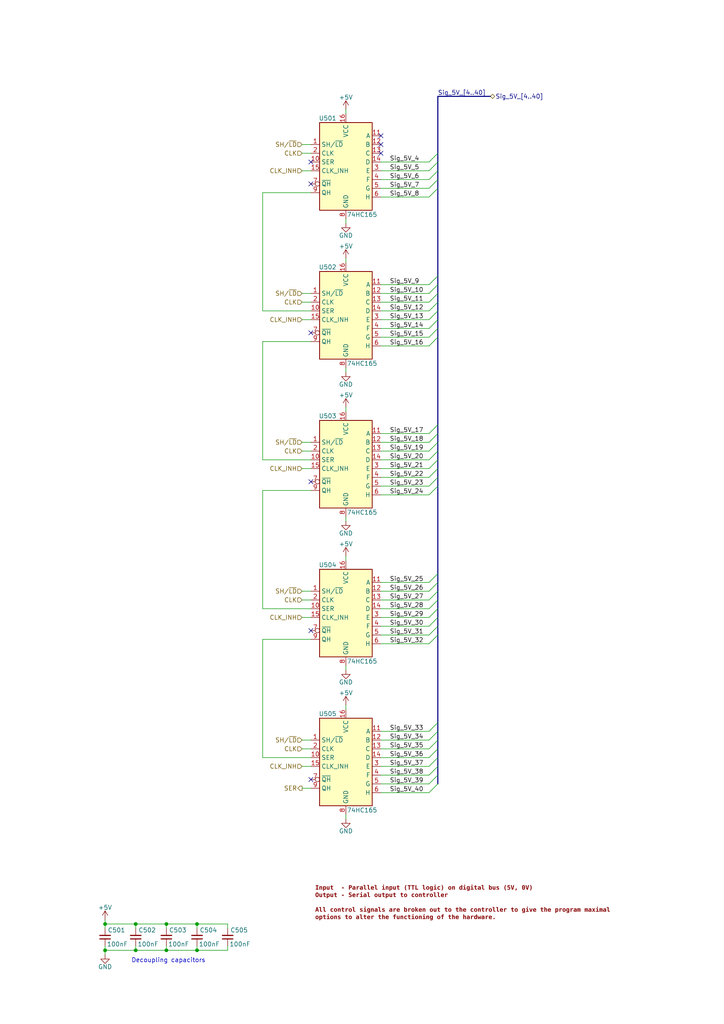
<source format=kicad_sch>
(kicad_sch (version 20250114) (generator "eeschema") (generator_version "9.0")
  (paper "A4" portrait)
  (title_block (title "VersaLogic board tester") (date "2025-08-13") (rev "1.0.alpha") (comment 1 "Copyright (c) 2025 by Filip Pynckels & Robin Pynckels"))
  (lib_symbols
    (symbol "74HCxx:74HC165"
      (property "Reference" "U" (at -7.112 13.97 0))
      (property "Value" "74HC165" (at 4.572 -13.97 0))
      (symbol "74HC165_1_0"
        (pin input line (at -10.16 6.35 0) (length 2.54) (name "SH/~{LD}") (number "1"))
        (pin input line (at -10.16 3.81 0) (length 2.54) (name "CLK") (number "2"))
        (pin input line (at -10.16 1.27 0) (length 2.54) (name "SER") (number "10"))
        (pin input line (at -10.16 -1.27 0) (length 2.54) (name "CLK_INH") (number "15"))
        (pin output inverted (at -10.16 -5.08 0) (length 2.54) (name "~{QH}") (number "7"))
        (pin output line (at -10.16 -7.62 0) (length 2.54) (name "QH") (number "9"))
        (pin power_in line (at 0 15.24 270) (length 2.54) (name "VCC") (number "16"))
        (pin power_in line (at 0 -15.24 90) (length 2.54) (name "GND") (number "8"))
        (pin input line (at 10.16 8.89 180) (length 2.54) (name "A") (number "11"))
        (pin input line (at 10.16 6.35 180) (length 2.54) (name "B") (number "12"))
        (pin input line (at 10.16 3.81 180) (length 2.54) (name "C") (number "13"))
        (pin input line (at 10.16 1.27 180) (length 2.54) (name "D") (number "14"))
        (pin input line (at 10.16 -1.27 180) (length 2.54) (name "E") (number "3"))
        (pin input line (at 10.16 -3.81 180) (length 2.54) (name "F") (number "4"))
        (pin input line (at 10.16 -6.35 180) (length 2.54) (name "G") (number "5"))
        (pin input line (at 10.16 -8.89 180) (length 2.54) (name "H") (number "6"))
      )
      (symbol "74HC165_1_1"
        (rectangle (start -7.62 12.7) (end 7.62 -12.7) (stroke (width 0.254)) (fill (type background)))
      )
    )
    (symbol "Device:C_Small" (pin_numbers (hide yes)) (pin_names (offset 0.254) (hide yes))
      (property "Reference" "C" (at 0.254 1.778 0))
      (property "Value" "C_Small" (at 0.254 -2.032 0))
      (symbol "C_Small_0_1"
        (polyline (pts (xy -1.524 0.508) (xy 1.524 0.508)) (stroke (width 0.3048)))
        (polyline (pts (xy -1.524 -0.508) (xy 1.524 -0.508)) (stroke (width 0.3302)))
      )
      (symbol "C_Small_1_1"
        (pin passive line (at 0 2.54 270) (length 2.032) (name "~") (number "1"))
        (pin passive line (at 0 -2.54 90) (length 2.032) (name "~") (number "2"))
      )
    )
    (symbol "power:+5V" (power) (pin_numbers (hide yes)) (pin_names (offset 0) (hide yes))
      (property "Value" "+5V" (at 0 3.556 0))
      (symbol "+5V_0_1"
        (polyline (pts (xy -0.762 1.27) (xy 0 2.54)))
        (polyline (pts (xy 0 2.54) (xy 0.762 1.27)))
        (polyline (pts (xy 0 0) (xy 0 2.54)))
      )
      (symbol "+5V_1_1"
        (pin power_in line (at 0 0 90) (length 0) (name "~") (number "1"))
      )
    )
    (symbol "power:GND" (power) (pin_numbers (hide yes)) (pin_names (offset 0) (hide yes))
      (property "Value" "GND" (at 0 -3.81 0))
      (symbol "GND_0_1"
        (polyline (pts (xy 0 0) (xy 0 -1.27) (xy 1.27 -1.27) (xy 0 -2.54) (xy -1.27 -1.27) (xy 0 -1.27)))
      )
      (symbol "GND_1_1"
        (pin power_in line (at 0 0 270) (length 0) (name "~") (number "1"))
      )
    )
  )
  (text "Input  - Parallel input (TTL logic) on digital bus (5V, 0V)\nOutput - Serial output to controller\n\nAll control signals are broken out to the controller to give the program maximal\noptions to alter the functioning of the hardware." (at 91.44 257.302 0) (effects (font (size 1.27 1.27) (bold yes)) (justify left top)))
  (text "Decoupling capacitors" (at 38.1 277.876 0) (effects (font (size 1.27 1.27)) (justify left top)))
  (junction (at 39.37 275.59))
  (junction (at 30.48 275.59))
  (junction (at 48.26 275.59))
  (junction (at 57.15 275.59))
  (junction (at 39.37 267.97))
  (junction (at 57.15 267.97))
  (junction (at 48.26 267.97))
  (junction (at 30.48 267.97))
  (no_connect (at 90.17 139.7))
  (no_connect (at 90.17 53.34))
  (no_connect (at 90.17 46.99))
  (no_connect (at 90.17 96.52))
  (no_connect (at 110.49 41.91))
  (no_connect (at 90.17 226.06))
  (no_connect (at 110.49 44.45))
  (no_connect (at 110.49 39.37))
  (no_connect (at 90.17 182.88))
  (bus_entry (at 124.46 90.17) (size 2.54 -2.54))
  (bus_entry (at 124.46 181.61) (size 2.54 -2.54))
  (bus_entry (at 124.46 125.73) (size 2.54 -2.54))
  (bus_entry (at 124.46 133.35) (size 2.54 -2.54))
  (bus_entry (at 124.46 57.15) (size 2.54 -2.54))
  (bus_entry (at 124.46 229.87) (size 2.54 -2.54))
  (bus_entry (at 124.46 82.55) (size 2.54 -2.54))
  (bus_entry (at 124.46 184.15) (size 2.54 -2.54))
  (bus_entry (at 124.46 217.17) (size 2.54 -2.54))
  (bus_entry (at 124.46 219.71) (size 2.54 -2.54))
  (bus_entry (at 124.46 97.79) (size 2.54 -2.54))
  (bus_entry (at 124.46 179.07) (size 2.54 -2.54))
  (bus_entry (at 124.46 100.33) (size 2.54 -2.54))
  (bus_entry (at 124.46 171.45) (size 2.54 -2.54))
  (bus_entry (at 124.46 143.51) (size 2.54 -2.54))
  (bus_entry (at 124.46 135.89) (size 2.54 -2.54))
  (bus_entry (at 124.46 49.53) (size 2.54 -2.54))
  (bus_entry (at 124.46 212.09) (size 2.54 -2.54))
  (bus_entry (at 124.46 92.71) (size 2.54 -2.54))
  (bus_entry (at 124.46 214.63) (size 2.54 -2.54))
  (bus_entry (at 124.46 130.81) (size 2.54 -2.54))
  (bus_entry (at 124.46 54.61) (size 2.54 -2.54))
  (bus_entry (at 124.46 224.79) (size 2.54 -2.54))
  (bus_entry (at 124.46 173.99) (size 2.54 -2.54))
  (bus_entry (at 124.46 87.63) (size 2.54 -2.54))
  (bus_entry (at 124.46 138.43) (size 2.54 -2.54))
  (bus_entry (at 124.46 52.07) (size 2.54 -2.54))
  (bus_entry (at 124.46 46.99) (size 2.54 -2.54))
  (bus_entry (at 124.46 227.33) (size 2.54 -2.54))
  (bus_entry (at 124.46 128.27) (size 2.54 -2.54))
  (bus_entry (at 124.46 186.69) (size 2.54 -2.54))
  (bus_entry (at 124.46 222.25) (size 2.54 -2.54))
  (bus_entry (at 124.46 95.25) (size 2.54 -2.54))
  (bus_entry (at 124.46 168.91) (size 2.54 -2.54))
  (bus_entry (at 124.46 140.97) (size 2.54 -2.54))
  (bus_entry (at 124.46 85.09) (size 2.54 -2.54))
  (bus_entry (at 124.46 176.53) (size 2.54 -2.54))
  (bus (pts (xy 127 82.55) (xy 127 85.09)))
  (wire (pts (xy 110.49 179.07) (xy 124.46 179.07)))
  (wire (pts (xy 110.49 173.99) (xy 124.46 173.99)))
  (wire (pts (xy 66.04 269.24) (xy 66.04 267.97)))
  (wire (pts (xy 90.17 99.06) (xy 76.2 99.06)))
  (wire (pts (xy 110.49 217.17) (xy 124.46 217.17)))
  (wire (pts (xy 100.33 74.93) (xy 100.33 76.2)))
  (wire (pts (xy 87.63 85.09) (xy 90.17 85.09)))
  (wire (pts (xy 110.49 212.09) (xy 124.46 212.09)))
  (wire (pts (xy 76.2 90.17) (xy 90.17 90.17)))
  (wire (pts (xy 110.49 186.69) (xy 124.46 186.69)))
  (bus (pts (xy 127 214.63) (xy 127 217.17)))
  (wire (pts (xy 110.49 184.15) (xy 124.46 184.15)))
  (wire (pts (xy 76.2 185.42) (xy 76.2 219.71)))
  (bus (pts (xy 127 44.45) (xy 127 46.99)))
  (bus (pts (xy 127 46.99) (xy 127 49.53)))
  (wire (pts (xy 87.63 87.63) (xy 90.17 87.63)))
  (wire (pts (xy 100.33 236.22) (xy 100.33 237.49)))
  (wire (pts (xy 30.48 266.7) (xy 30.48 267.97)))
  (wire (pts (xy 90.17 185.42) (xy 76.2 185.42)))
  (wire (pts (xy 87.63 171.45) (xy 90.17 171.45)))
  (wire (pts (xy 76.2 142.24) (xy 76.2 176.53)))
  (wire (pts (xy 110.49 171.45) (xy 124.46 171.45)))
  (wire (pts (xy 30.48 267.97) (xy 30.48 269.24)))
  (wire (pts (xy 87.63 41.91) (xy 90.17 41.91)))
  (wire (pts (xy 87.63 135.89) (xy 90.17 135.89)))
  (wire (pts (xy 87.63 222.25) (xy 90.17 222.25)))
  (bus (pts (xy 142.24 27.94) (xy 127 27.94)))
  (bus (pts (xy 127 90.17) (xy 127 92.71)))
  (bus (pts (xy 127 222.25) (xy 127 224.79)))
  (wire (pts (xy 39.37 267.97) (xy 39.37 269.24)))
  (wire (pts (xy 76.2 133.35) (xy 90.17 133.35)))
  (bus (pts (xy 127 181.61) (xy 127 184.15)))
  (wire (pts (xy 110.49 82.55) (xy 124.46 82.55)))
  (wire (pts (xy 57.15 267.97) (xy 57.15 269.24)))
  (wire (pts (xy 110.49 224.79) (xy 124.46 224.79)))
  (wire (pts (xy 39.37 275.59) (xy 30.48 275.59)))
  (wire (pts (xy 110.49 222.25) (xy 124.46 222.25)))
  (wire (pts (xy 39.37 267.97) (xy 30.48 267.97)))
  (bus (pts (xy 127 54.61) (xy 127 80.01)))
  (wire (pts (xy 90.17 55.88) (xy 76.2 55.88)))
  (wire (pts (xy 110.49 214.63) (xy 124.46 214.63)))
  (bus (pts (xy 127 130.81) (xy 127 133.35)))
  (bus (pts (xy 127 52.07) (xy 127 54.61)))
  (wire (pts (xy 110.49 54.61) (xy 124.46 54.61)))
  (wire (pts (xy 100.33 63.5) (xy 100.33 64.77)))
  (bus (pts (xy 127 80.01) (xy 127 82.55)))
  (bus (pts (xy 127 171.45) (xy 127 173.99)))
  (wire (pts (xy 87.63 228.6) (xy 90.17 228.6)))
  (wire (pts (xy 110.49 229.87) (xy 124.46 229.87)))
  (bus (pts (xy 127 87.63) (xy 127 90.17)))
  (wire (pts (xy 110.49 85.09) (xy 124.46 85.09)))
  (bus (pts (xy 127 27.94) (xy 127 44.45)))
  (wire (pts (xy 48.26 267.97) (xy 48.26 269.24)))
  (wire (pts (xy 39.37 274.32) (xy 39.37 275.59)))
  (wire (pts (xy 30.48 274.32) (xy 30.48 275.59)))
  (wire (pts (xy 87.63 128.27) (xy 90.17 128.27)))
  (bus (pts (xy 127 128.27) (xy 127 130.81)))
  (bus (pts (xy 127 92.71) (xy 127 95.25)))
  (wire (pts (xy 87.63 49.53) (xy 90.17 49.53)))
  (bus (pts (xy 127 176.53) (xy 127 179.07)))
  (wire (pts (xy 110.49 92.71) (xy 124.46 92.71)))
  (wire (pts (xy 110.49 90.17) (xy 124.46 90.17)))
  (wire (pts (xy 110.49 143.51) (xy 124.46 143.51)))
  (wire (pts (xy 110.49 181.61) (xy 124.46 181.61)))
  (wire (pts (xy 76.2 99.06) (xy 76.2 133.35)))
  (bus (pts (xy 127 173.99) (xy 127 176.53)))
  (wire (pts (xy 110.49 100.33) (xy 124.46 100.33)))
  (wire (pts (xy 110.49 128.27) (xy 124.46 128.27)))
  (wire (pts (xy 110.49 97.79) (xy 124.46 97.79)))
  (wire (pts (xy 48.26 275.59) (xy 39.37 275.59)))
  (wire (pts (xy 100.33 106.68) (xy 100.33 107.95)))
  (wire (pts (xy 87.63 179.07) (xy 90.17 179.07)))
  (wire (pts (xy 57.15 274.32) (xy 57.15 275.59)))
  (wire (pts (xy 100.33 204.47) (xy 100.33 205.74)))
  (wire (pts (xy 100.33 118.11) (xy 100.33 119.38)))
  (bus (pts (xy 127 125.73) (xy 127 128.27)))
  (wire (pts (xy 110.49 49.53) (xy 124.46 49.53)))
  (wire (pts (xy 110.49 176.53) (xy 124.46 176.53)))
  (wire (pts (xy 57.15 275.59) (xy 48.26 275.59)))
  (wire (pts (xy 87.63 44.45) (xy 90.17 44.45)))
  (wire (pts (xy 110.49 168.91) (xy 124.46 168.91)))
  (wire (pts (xy 110.49 135.89) (xy 124.46 135.89)))
  (wire (pts (xy 90.17 142.24) (xy 76.2 142.24)))
  (wire (pts (xy 76.2 219.71) (xy 90.17 219.71)))
  (wire (pts (xy 87.63 214.63) (xy 90.17 214.63)))
  (bus (pts (xy 127 217.17) (xy 127 219.71)))
  (wire (pts (xy 48.26 274.32) (xy 48.26 275.59)))
  (wire (pts (xy 48.26 267.97) (xy 39.37 267.97)))
  (wire (pts (xy 76.2 55.88) (xy 76.2 90.17)))
  (bus (pts (xy 127 140.97) (xy 127 166.37)))
  (wire (pts (xy 110.49 52.07) (xy 124.46 52.07)))
  (bus (pts (xy 127 179.07) (xy 127 181.61)))
  (wire (pts (xy 110.49 133.35) (xy 124.46 133.35)))
  (bus (pts (xy 127 209.55) (xy 127 212.09)))
  (wire (pts (xy 110.49 87.63) (xy 124.46 87.63)))
  (wire (pts (xy 110.49 46.99) (xy 124.46 46.99)))
  (wire (pts (xy 87.63 173.99) (xy 90.17 173.99)))
  (wire (pts (xy 100.33 193.04) (xy 100.33 194.31)))
  (wire (pts (xy 87.63 130.81) (xy 90.17 130.81)))
  (bus (pts (xy 127 138.43) (xy 127 140.97)))
  (wire (pts (xy 100.33 31.75) (xy 100.33 33.02)))
  (bus (pts (xy 127 49.53) (xy 127 52.07)))
  (bus (pts (xy 127 166.37) (xy 127 168.91)))
  (wire (pts (xy 110.49 138.43) (xy 124.46 138.43)))
  (bus (pts (xy 127 224.79) (xy 127 227.33)))
  (wire (pts (xy 66.04 275.59) (xy 57.15 275.59)))
  (wire (pts (xy 110.49 130.81) (xy 124.46 130.81)))
  (bus (pts (xy 127 184.15) (xy 127 209.55)))
  (wire (pts (xy 66.04 267.97) (xy 57.15 267.97)))
  (wire (pts (xy 110.49 140.97) (xy 124.46 140.97)))
  (bus (pts (xy 127 135.89) (xy 127 138.43)))
  (bus (pts (xy 127 133.35) (xy 127 135.89)))
  (bus (pts (xy 127 219.71) (xy 127 222.25)))
  (wire (pts (xy 76.2 176.53) (xy 90.17 176.53)))
  (wire (pts (xy 87.63 92.71) (xy 90.17 92.71)))
  (wire (pts (xy 66.04 274.32) (xy 66.04 275.59)))
  (bus (pts (xy 127 97.79) (xy 127 123.19)))
  (wire (pts (xy 110.49 57.15) (xy 124.46 57.15)))
  (wire (pts (xy 100.33 161.29) (xy 100.33 162.56)))
  (wire (pts (xy 100.33 149.86) (xy 100.33 151.13)))
  (bus (pts (xy 127 168.91) (xy 127 171.45)))
  (wire (pts (xy 57.15 267.97) (xy 48.26 267.97)))
  (wire (pts (xy 30.48 275.59) (xy 30.48 276.86)))
  (wire (pts (xy 110.49 125.73) (xy 124.46 125.73)))
  (bus (pts (xy 127 123.19) (xy 127 125.73)))
  (bus (pts (xy 127 212.09) (xy 127 214.63)))
  (wire (pts (xy 110.49 95.25) (xy 124.46 95.25)))
  (bus (pts (xy 127 95.25) (xy 127 97.79)))
  (bus (pts (xy 127 85.09) (xy 127 87.63)))
  (wire (pts (xy 110.49 227.33) (xy 124.46 227.33)))
  (wire (pts (xy 110.49 219.71) (xy 124.46 219.71)))
  (wire (pts (xy 87.63 217.17) (xy 90.17 217.17)))
  (label "Sig_5V_9" (at 113.03 82.55 0))
  (label "Sig_5V_19" (at 113.03 130.81 0))
  (label "Sig_5V_26" (at 113.03 171.45 0))
  (label "Sig_5V_36" (at 113.03 219.71 0))
  (label "Sig_5V_14" (at 113.03 95.25 0))
  (label "Sig_5V_22" (at 113.03 138.43 0))
  (label "Sig_5V_39" (at 113.03 227.33 0))
  (label "Sig_5V_31" (at 113.03 184.15 0))
  (label "Sig_5V_34" (at 113.03 214.63 0))
  (label "Sig_5V_7" (at 113.03 54.61 0))
  (label "Sig_5V_24" (at 113.03 143.51 0))
  (label "Sig_5V_11" (at 113.03 87.63 0))
  (label "Sig_5V_29" (at 113.03 179.07 0))
  (label "Sig_5V_16" (at 113.03 100.33 0))
  (label "Sig_5V_12" (at 113.03 90.17 0))
  (label "Sig_5V_[4..40]" (at 127 27.94 0))
  (label "Sig_5V_8" (at 113.03 57.15 0))
  (label "Sig_5V_32" (at 113.03 186.69 0))
  (label "Sig_5V_15" (at 113.03 97.79 0))
  (label "Sig_5V_10" (at 113.03 85.09 0))
  (label "Sig_5V_38" (at 113.03 224.79 0))
  (label "Sig_5V_17" (at 113.03 125.73 0))
  (label "Sig_5V_33" (at 113.03 212.09 0))
  (label "Sig_5V_35" (at 113.03 217.17 0))
  (label "Sig_5V_37" (at 113.03 222.25 0))
  (label "Sig_5V_23" (at 113.03 140.97 0))
  (label "Sig_5V_30" (at 113.03 181.61 0))
  (label "Sig_5V_25" (at 113.03 168.91 0))
  (label "Sig_5V_20" (at 113.03 133.35 0))
  (label "Sig_5V_18" (at 113.03 128.27 0))
  (label "Sig_5V_40" (at 113.03 229.87 0))
  (label "Sig_5V_13" (at 113.03 92.71 0))
  (label "Sig_5V_27" (at 113.03 173.99 0))
  (label "Sig_5V_28" (at 113.03 176.53 0))
  (label "Sig_5V_5" (at 113.03 49.53 0))
  (label "Sig_5V_6" (at 113.03 52.07 0))
  (label "Sig_5V_4" (at 113.03 46.99 0))
  (label "Sig_5V_21" (at 113.03 135.89 0))
  (hierarchical_label "CLK_INH" (shape input) (at 87.63 92.71 180))
  (hierarchical_label "CLK" (shape input) (at 87.63 87.63 180))
  (hierarchical_label "SH{slash}~{LD}" (shape input) (at 87.63 41.91 180))
  (hierarchical_label "CLK_INH" (shape input) (at 87.63 222.25 180))
  (hierarchical_label "CLK_INH" (shape input) (at 87.63 135.89 180))
  (hierarchical_label "SH{slash}~{LD}" (shape input) (at 87.63 128.27 180))
  (hierarchical_label "SH{slash}~{LD}" (shape input) (at 87.63 171.45 180))
  (hierarchical_label "CLK_INH" (shape input) (at 87.63 179.07 180))
  (hierarchical_label "CLK" (shape input) (at 87.63 217.17 180))
  (hierarchical_label "CLK" (shape input) (at 87.63 130.81 180))
  (hierarchical_label "Sig_5V_[4..40]" (shape tri_state) (at 142.24 27.94 0))
  (hierarchical_label "CLK_INH" (shape input) (at 87.63 49.53 180))
  (hierarchical_label "SH{slash}~{LD}" (shape input) (at 87.63 85.09 180))
  (hierarchical_label "CLK" (shape input) (at 87.63 173.99 180))
  (hierarchical_label "SER" (shape output) (at 87.63 228.6 180))
  (hierarchical_label "CLK" (shape input) (at 87.63 44.45 180))
  (hierarchical_label "SH{slash}~{LD}" (shape input) (at 87.63 214.63 180))
  (symbol (lib_id "power:GND") (at 30.48 276.86 0) (mirror y) (unit 1)
    (property "Reference" "#PWR0502" (effects (hide yes)))
    (property "Value" "GND" (at 30.48 279.654 0) (effects (justify top)))
    (property "Description" "Power symbol creates a global label with name \"GND\" , ground" (effects (hide yes)))
    (instances (project "VersaLogic_Board_Tester" (path "" (reference "#PWR0502") (unit 1)) (path "" (reference "#PWR0602") (unit 1))))
  )
  (symbol (lib_id "power:+5V") (at 100.33 204.47 0) (mirror y) (unit 1)
    (property "Reference" "#PWR0511" (effects (hide yes)))
    (property "Value" "+5V" (at 100.33 201.676 0) (effects (justify bottom)))
    (property "Description" "Power symbol creates a global label with name \"+5V\"" (effects (hide yes)))
    (instances (project "VersaLogic_Board_Tester" (path "" (reference "#PWR0511") (unit 1)) (path "" (reference "#PWR0611") (unit 1))))
  )
  (symbol (lib_id "Device:C_Small") (at 57.15 271.78 180) (unit 1)
    (property "Reference" "C504" (at 57.912 269.748 0) (effects (justify right)))
    (property "Value" "100nF" (at 57.658 273.812 0) (effects (justify right)))
    (property "Footprint" "Capacitor_THT:C_Disc_D5.0mm_W2.5mm_P5.00mm" (effects (hide yes)))
    (property "Description" "Unpolarized capacitor, small symbol" (effects (hide yes)))
    (instances (project "VersaLogic_Board_Tester" (path "" (reference "C504") (unit 1)) (path "" (reference "C604") (unit 1))))
  )
  (symbol (lib_id "Device:C_Small") (at 66.04 271.78 180) (unit 1)
    (property "Reference" "C505" (at 66.802 269.748 0) (effects (justify right)))
    (property "Value" "100nF" (at 66.548 273.812 0) (effects (justify right)))
    (property "Footprint" "Capacitor_THT:C_Disc_D5.0mm_W2.5mm_P5.00mm" (effects (hide yes)))
    (property "Description" "Unpolarized capacitor, small symbol" (effects (hide yes)))
    (instances (project "VersaLogic_Board_Tester" (path "" (reference "C505") (unit 1)) (path "" (reference "C605") (unit 1))))
  )
  (symbol (lib_id "power:+5V") (at 100.33 31.75 0) (mirror y) (unit 1)
    (property "Reference" "#PWR0503" (effects (hide yes)))
    (property "Value" "+5V" (at 100.33 28.956 0) (effects (justify bottom)))
    (property "Description" "Power symbol creates a global label with name \"+5V\"" (effects (hide yes)))
    (instances (project "VersaLogic_Board_Tester" (path "" (reference "#PWR0503") (unit 1)) (path "" (reference "#PWR0603") (unit 1))))
  )
  (symbol (lib_id "74HCxx:74HC165") (at 100.33 134.62 0) (unit 1)
    (property "Reference" "U503" (at 92.456 120.65 0) (effects (justify left)))
    (property "Value" "74HC165" (at 100.584 148.59 0) (effects (justify left)))
    (property "Footprint" "Package_DIP:DIP-16_W7.62mm" (effects (hide yes)))
    (property "Datasheet" "http://www.ti.com/lit/ds/symlink/sn74hc595.pdf" (effects (hide yes)))
    (property "Description" "8-bit parallel in / serial out Shift Register 3-State Output" (effects (hide yes)))
    (instances (project "VersaLogic_Board_Tester" (path "" (reference "U503") (unit 1)) (path "" (reference "U603") (unit 1))))
  )
  (symbol (lib_id "power:+5V") (at 30.48 266.7 0) (mirror y) (unit 1)
    (property "Reference" "#PWR0501" (effects (hide yes)))
    (property "Value" "+5V" (at 30.48 263.906 0) (effects (justify bottom)))
    (property "Description" "Power symbol creates a global label with name \"+5V\"" (effects (hide yes)))
    (instances (project "VersaLogic_Board_Tester" (path "" (reference "#PWR0501") (unit 1)) (path "" (reference "#PWR0601") (unit 1))))
  )
  (symbol (lib_id "74HCxx:74HC165") (at 100.33 91.44 0) (unit 1)
    (property "Reference" "U502" (at 92.456 77.47 0) (effects (justify left)))
    (property "Value" "74HC165" (at 100.584 105.41 0) (effects (justify left)))
    (property "Footprint" "Package_DIP:DIP-16_W7.62mm" (effects (hide yes)))
    (property "Datasheet" "http://www.ti.com/lit/ds/symlink/sn74hc595.pdf" (effects (hide yes)))
    (property "Description" "8-bit parallel in / serial out Shift Register 3-State Output" (effects (hide yes)))
    (instances (project "VersaLogic_Board_Tester" (path "" (reference "U502") (unit 1)) (path "" (reference "U602") (unit 1))))
  )
  (symbol (lib_id "74HCxx:74HC165") (at 100.33 48.26 0) (unit 1)
    (property "Reference" "U501" (at 92.456 34.29 0) (effects (justify left)))
    (property "Value" "74HC165" (at 100.584 62.23 0) (effects (justify left)))
    (property "Footprint" "Package_DIP:DIP-16_W7.62mm" (effects (hide yes)))
    (property "Datasheet" "http://www.ti.com/lit/ds/symlink/sn74hc595.pdf" (effects (hide yes)))
    (property "Description" "8-bit parallel in / serial out Shift Register 3-State Output" (effects (hide yes)))
    (instances (project "" (path "" (reference "U501") (unit 1)) (path "" (reference "U601") (unit 1))))
  )
  (symbol (lib_id "power:GND") (at 100.33 237.49 0) (mirror y) (unit 1)
    (property "Reference" "#PWR0512" (effects (hide yes)))
    (property "Value" "GND" (at 100.33 240.284 0) (effects (justify top)))
    (property "Description" "Power symbol creates a global label with name \"GND\" , ground" (effects (hide yes)))
    (instances (project "VersaLogic_Board_Tester" (path "" (reference "#PWR0512") (unit 1)) (path "" (reference "#PWR0612") (unit 1))))
  )
  (symbol (lib_id "Device:C_Small") (at 48.26 271.78 180) (unit 1)
    (property "Reference" "C503" (at 49.022 269.748 0) (effects (justify right)))
    (property "Value" "100nF" (at 48.768 273.812 0) (effects (justify right)))
    (property "Footprint" "Capacitor_THT:C_Disc_D5.0mm_W2.5mm_P5.00mm" (effects (hide yes)))
    (property "Description" "Unpolarized capacitor, small symbol" (effects (hide yes)))
    (instances (project "VersaLogic_Board_Tester" (path "" (reference "C503") (unit 1)) (path "" (reference "C603") (unit 1))))
  )
  (symbol (lib_id "power:GND") (at 100.33 107.95 0) (mirror y) (unit 1)
    (property "Reference" "#PWR0506" (effects (hide yes)))
    (property "Value" "GND" (at 100.33 110.744 0) (effects (justify top)))
    (property "Description" "Power symbol creates a global label with name \"GND\" , ground" (effects (hide yes)))
    (instances (project "VersaLogic_Board_Tester" (path "" (reference "#PWR0506") (unit 1)) (path "" (reference "#PWR0606") (unit 1))))
  )
  (symbol (lib_id "power:+5V") (at 100.33 118.11 0) (mirror y) (unit 1)
    (property "Reference" "#PWR0507" (effects (hide yes)))
    (property "Value" "+5V" (at 100.33 115.316 0) (effects (justify bottom)))
    (property "Description" "Power symbol creates a global label with name \"+5V\"" (effects (hide yes)))
    (instances (project "VersaLogic_Board_Tester" (path "" (reference "#PWR0507") (unit 1)) (path "" (reference "#PWR0607") (unit 1))))
  )
  (symbol (lib_id "power:+5V") (at 100.33 74.93 0) (mirror y) (unit 1)
    (property "Reference" "#PWR0505" (effects (hide yes)))
    (property "Value" "+5V" (at 100.33 72.136 0) (effects (justify bottom)))
    (property "Description" "Power symbol creates a global label with name \"+5V\"" (effects (hide yes)))
    (instances (project "VersaLogic_Board_Tester" (path "" (reference "#PWR0505") (unit 1)) (path "" (reference "#PWR0605") (unit 1))))
  )
  (symbol (lib_id "power:GND") (at 100.33 64.77 0) (mirror y) (unit 1)
    (property "Reference" "#PWR0504" (effects (hide yes)))
    (property "Value" "GND" (at 100.33 67.564 0) (effects (justify top)))
    (property "Description" "Power symbol creates a global label with name \"GND\" , ground" (effects (hide yes)))
    (instances (project "VersaLogic_Board_Tester" (path "" (reference "#PWR0504") (unit 1)) (path "" (reference "#PWR0604") (unit 1))))
  )
  (symbol (lib_id "Device:C_Small") (at 30.48 271.78 180) (unit 1)
    (property "Reference" "C501" (at 31.242 269.748 0) (effects (justify right)))
    (property "Value" "100nF" (at 30.988 273.812 0) (effects (justify right)))
    (property "Footprint" "Capacitor_THT:C_Disc_D5.0mm_W2.5mm_P5.00mm" (effects (hide yes)))
    (property "Description" "Unpolarized capacitor, small symbol" (effects (hide yes)))
    (instances (project "VersaLogic_Board_Tester" (path "" (reference "C501") (unit 1)) (path "" (reference "C601") (unit 1))))
  )
  (symbol (lib_id "74HCxx:74HC165") (at 100.33 177.8 0) (unit 1)
    (property "Reference" "U504" (at 92.456 163.83 0) (effects (justify left)))
    (property "Value" "74HC165" (at 100.584 191.77 0) (effects (justify left)))
    (property "Footprint" "Package_DIP:DIP-16_W7.62mm" (effects (hide yes)))
    (property "Datasheet" "http://www.ti.com/lit/ds/symlink/sn74hc595.pdf" (effects (hide yes)))
    (property "Description" "8-bit parallel in / serial out Shift Register 3-State Output" (effects (hide yes)))
    (instances (project "VersaLogic_Board_Tester" (path "" (reference "U504") (unit 1)) (path "" (reference "U604") (unit 1))))
  )
  (symbol (lib_id "power:GND") (at 100.33 151.13 0) (mirror y) (unit 1)
    (property "Reference" "#PWR0508" (effects (hide yes)))
    (property "Value" "GND" (at 100.33 153.924 0) (effects (justify top)))
    (property "Description" "Power symbol creates a global label with name \"GND\" , ground" (effects (hide yes)))
    (instances (project "VersaLogic_Board_Tester" (path "" (reference "#PWR0508") (unit 1)) (path "" (reference "#PWR0608") (unit 1))))
  )
  (symbol (lib_id "power:+5V") (at 100.33 161.29 0) (mirror y) (unit 1)
    (property "Reference" "#PWR0509" (effects (hide yes)))
    (property "Value" "+5V" (at 100.33 158.496 0) (effects (justify bottom)))
    (property "Description" "Power symbol creates a global label with name \"+5V\"" (effects (hide yes)))
    (instances (project "VersaLogic_Board_Tester" (path "" (reference "#PWR0509") (unit 1)) (path "" (reference "#PWR0609") (unit 1))))
  )
  (symbol (lib_id "power:GND") (at 100.33 194.31 0) (mirror y) (unit 1)
    (property "Reference" "#PWR0510" (effects (hide yes)))
    (property "Value" "GND" (at 100.33 197.104 0) (effects (justify top)))
    (property "Description" "Power symbol creates a global label with name \"GND\" , ground" (effects (hide yes)))
    (instances (project "VersaLogic_Board_Tester" (path "" (reference "#PWR0510") (unit 1)) (path "" (reference "#PWR0610") (unit 1))))
  )
  (symbol (lib_id "Device:C_Small") (at 39.37 271.78 180) (unit 1)
    (property "Reference" "C502" (at 40.132 269.748 0) (effects (justify right)))
    (property "Value" "100nF" (at 39.878 273.812 0) (effects (justify right)))
    (property "Footprint" "Capacitor_THT:C_Disc_D5.0mm_W2.5mm_P5.00mm" (effects (hide yes)))
    (property "Description" "Unpolarized capacitor, small symbol" (effects (hide yes)))
    (instances (project "VersaLogic_Board_Tester" (path "" (reference "C502") (unit 1)) (path "" (reference "C602") (unit 1))))
  )
  (symbol (lib_id "74HCxx:74HC165") (at 100.33 220.98 0) (unit 1)
    (property "Reference" "U505" (at 92.456 207.01 0) (effects (justify left)))
    (property "Value" "74HC165" (at 100.584 234.95 0) (effects (justify left)))
    (property "Footprint" "Package_DIP:DIP-16_W7.62mm" (effects (hide yes)))
    (property "Datasheet" "http://www.ti.com/lit/ds/symlink/sn74hc595.pdf" (effects (hide yes)))
    (property "Description" "8-bit parallel in / serial out Shift Register 3-State Output" (effects (hide yes)))
    (instances (project "VersaLogic_Board_Tester" (path "" (reference "U505") (unit 1)) (path "" (reference "U605") (unit 1))))
  )
)
</source>
